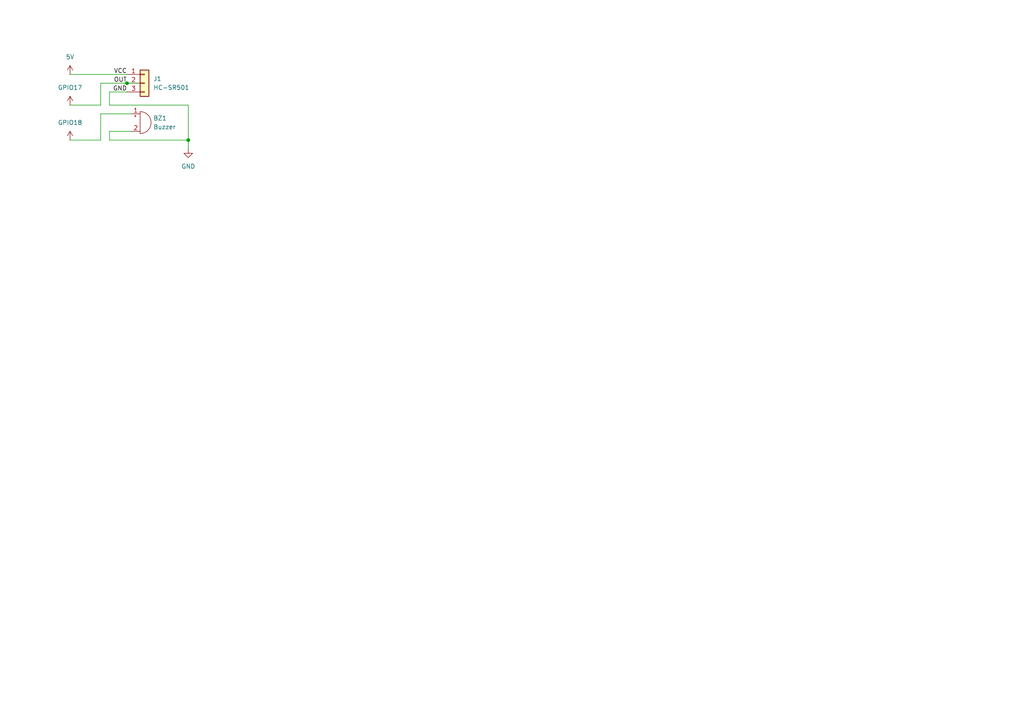
<source format=kicad_sch>
(kicad_sch (version 20231120) (generator "eeschema") (generator_version "8.0")
  (paper "A4")
  (lib_symbols
    (symbol "Connector_Generic:Conn_01x03" (pin_names (offset 1.016) hide)
      (property "Reference" "J" (at 0 5.08 0))
      (property "Value" "Conn_01x03" (at 0 -5.08 0))
      (symbol "Conn_01x03_1_1"
        (rectangle (start -1.27 -2.413) (end 0 -2.667) (stroke (width 0.1524)))
        (rectangle (start -1.27 0.127) (end 0 -0.127) (stroke (width 0.1524)))
        (rectangle (start -1.27 2.667) (end 0 2.413) (stroke (width 0.1524)))
        (rectangle (start -1.27 3.81) (end 1.27 -3.81) (stroke (width 0.254)) (fill (type background)))
        (pin passive line (at -5.08 2.54 0) (length 3.81) (name "Pin_1") (number "1"))
        (pin passive line (at -5.08 0 0) (length 3.81) (name "Pin_2") (number "2"))
        (pin passive line (at -5.08 -2.54 0) (length 3.81) (name "Pin_3") (number "3"))
      )
    )
    (symbol "Device:Buzzer" (pin_names (offset 0.0254) hide)
      (property "Reference" "BZ" (at 3.81 1.27 0))
      (property "Value" "Buzzer" (at 3.81 -1.27 0))
      (symbol "Buzzer_0_1"
        (arc (start 0 -3.175) (mid 3.1612 0) (end 0 3.175))
        (polyline (pts (xy -1.651 1.905) (xy -1.143 1.905)))
        (polyline (pts (xy -1.397 2.159) (xy -1.397 1.651)))
        (polyline (pts (xy 0 3.175) (xy 0 -3.175)))
      )
      (symbol "Buzzer_1_1"
        (pin passive line (at -2.54 2.54 0) (length 2.54) (name "+") (number "1"))
        (pin passive line (at -2.54 -2.54 0) (length 2.54) (name "-") (number "2"))
      )
    )
    (symbol "power:GND" (power) (pin_numbers hide) (pin_names (offset 0) hide)
      (property "Value" "GND" (at 0 -3.81 0))
      (symbol "GND_0_1"
        (polyline (pts (xy 0 0) (xy 0 -1.27) (xy 1.27 -1.27) (xy 0 -2.54) (xy -1.27 -1.27) (xy 0 -1.27)))
      )
      (symbol "GND_1_1"
        (pin power_in line (at 0 0 270) (length 0) (name "~") (number "1"))
      )
    )
    (symbol "power:VCC" (power) (pin_numbers hide) (pin_names (offset 0) hide)
      (property "Value" "VCC" (at 0 3.556 0))
      (symbol "VCC_0_1"
        (polyline (pts (xy -0.762 1.27) (xy 0 2.54)))
        (polyline (pts (xy 0 0) (xy 0 2.54)))
        (polyline (pts (xy 0 2.54) (xy 0.762 1.27)))
      )
      (symbol "VCC_1_1"
        (pin power_in line (at 0 0 90) (length 0) (name "~") (number "1"))
      )
    )
  )
  (junction (at 54.61 40.64))
  (junction (at 36.83 24.13))
  (wire (pts (xy 54.61 30.48) (xy 54.61 40.64)))
  (wire (pts (xy 29.21 24.13) (xy 29.21 30.48)))
  (wire (pts (xy 36.83 24.13) (xy 29.21 24.13)))
  (wire (pts (xy 40.64 24.13) (xy 36.83 24.13)))
  (wire (pts (xy 38.1 38.1) (xy 31.75 38.1)))
  (wire (pts (xy 31.75 40.64) (xy 54.61 40.64)))
  (wire (pts (xy 20.32 21.59) (xy 36.83 21.59)))
  (wire (pts (xy 54.61 40.64) (xy 54.61 43.18)))
  (wire (pts (xy 31.75 26.67) (xy 31.75 30.48)))
  (wire (pts (xy 31.75 30.48) (xy 54.61 30.48)))
  (wire (pts (xy 29.21 40.64) (xy 20.32 40.64)))
  (wire (pts (xy 29.21 33.02) (xy 29.21 40.64)))
  (wire (pts (xy 31.75 38.1) (xy 31.75 40.64)))
  (wire (pts (xy 36.83 26.67) (xy 31.75 26.67)))
  (wire (pts (xy 38.1 33.02) (xy 29.21 33.02)))
  (wire (pts (xy 29.21 30.48) (xy 20.32 30.48)))
  (label "GND" (at 36.83 26.67 180))
  (label "OUT" (at 36.83 24.13 180))
  (label "VCC" (at 36.83 21.59 180))
  (symbol (lib_id "Connector_Generic:Conn_01x03") (at 41.91 24.13 0) (unit 1)
    (property "Reference" "J1" (at 44.45 22.8599 0) (effects (justify left)))
    (property "Value" "HC-SR501" (at 44.45 25.3999 0) (effects (justify left)))
    (property "Description" "Generic connector, single row, 01x03, script generated (kicad-library-utils/schlib/autogen/connector/)" (effects (hide yes)))
  )
  (symbol (lib_id "power:GND") (at 54.61 43.18 0) (unit 1)
    (property "Reference" "#PWR04" (effects (hide yes)))
    (property "Value" "GND" (at 54.61 48.26 0))
    (property "Description" "Power symbol creates a global label with name \"GND\" , ground" (effects (hide yes)))
  )
  (symbol (lib_id "power:VCC") (at 20.32 30.48 0) (unit 1)
    (property "Reference" "#PWR02" (effects (hide yes)))
    (property "Value" "GPIO17" (at 20.32 25.4 0))
    (property "Description" "Power symbol creates a global label with name \"VCC\"" (effects (hide yes)))
  )
  (symbol (lib_id "power:VCC") (at 20.32 21.59 0) (unit 1)
    (property "Reference" "#PWR01" (effects (hide yes)))
    (property "Value" "5V" (at 20.32 16.51 0))
    (property "Description" "Power symbol creates a global label with name \"VCC\"" (effects (hide yes)))
  )
  (symbol (lib_id "Device:Buzzer") (at 40.64 35.56 0) (unit 1)
    (property "Reference" "BZ1" (at 44.45 34.2899 0) (effects (justify left)))
    (property "Value" "Buzzer" (at 44.45 36.8299 0) (effects (justify left)))
    (property "Description" "Buzzer, polarized" (effects (hide yes)))
  )
  (symbol (lib_id "power:VCC") (at 20.32 40.64 0) (unit 1)
    (property "Reference" "#PWR03" (effects (hide yes)))
    (property "Value" "GPIO18" (at 20.32 35.56 0))
    (property "Description" "Power symbol creates a global label with name \"VCC\"" (effects (hide yes)))
  )
)
</source>
